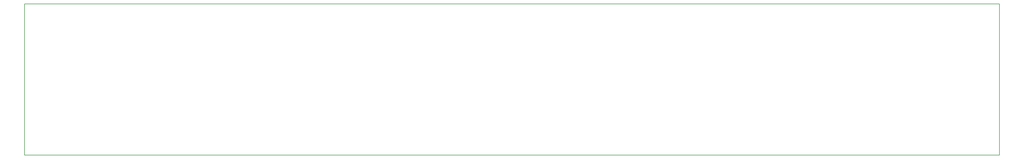
<source format=gbr>
G04 #@! TF.GenerationSoftware,KiCad,Pcbnew,no-vcs-found-96b3286~58~ubuntu16.04.1*
G04 #@! TF.CreationDate,2017-03-03T14:08:36+02:00*
G04 #@! TF.ProjectId,line-sensor,6C696E652D73656E736F722E6B696361,rev?*
G04 #@! TF.FileFunction,Profile,NP*
%FSLAX46Y46*%
G04 Gerber Fmt 4.6, Leading zero omitted, Abs format (unit mm)*
G04 Created by KiCad (PCBNEW no-vcs-found-96b3286~58~ubuntu16.04.1) date Fri Mar  3 14:08:36 2017*
%MOMM*%
%LPD*%
G01*
G04 APERTURE LIST*
%ADD10C,0.100000*%
%ADD11C,0.150000*%
G04 APERTURE END LIST*
D10*
D11*
X348000000Y-71000000D02*
X32000000Y-71000000D01*
X348000000Y-120000000D02*
X348000000Y-71000000D01*
X32000000Y-120000000D02*
X348000000Y-120000000D01*
X32000000Y-71000000D02*
X32000000Y-120000000D01*
M02*

</source>
